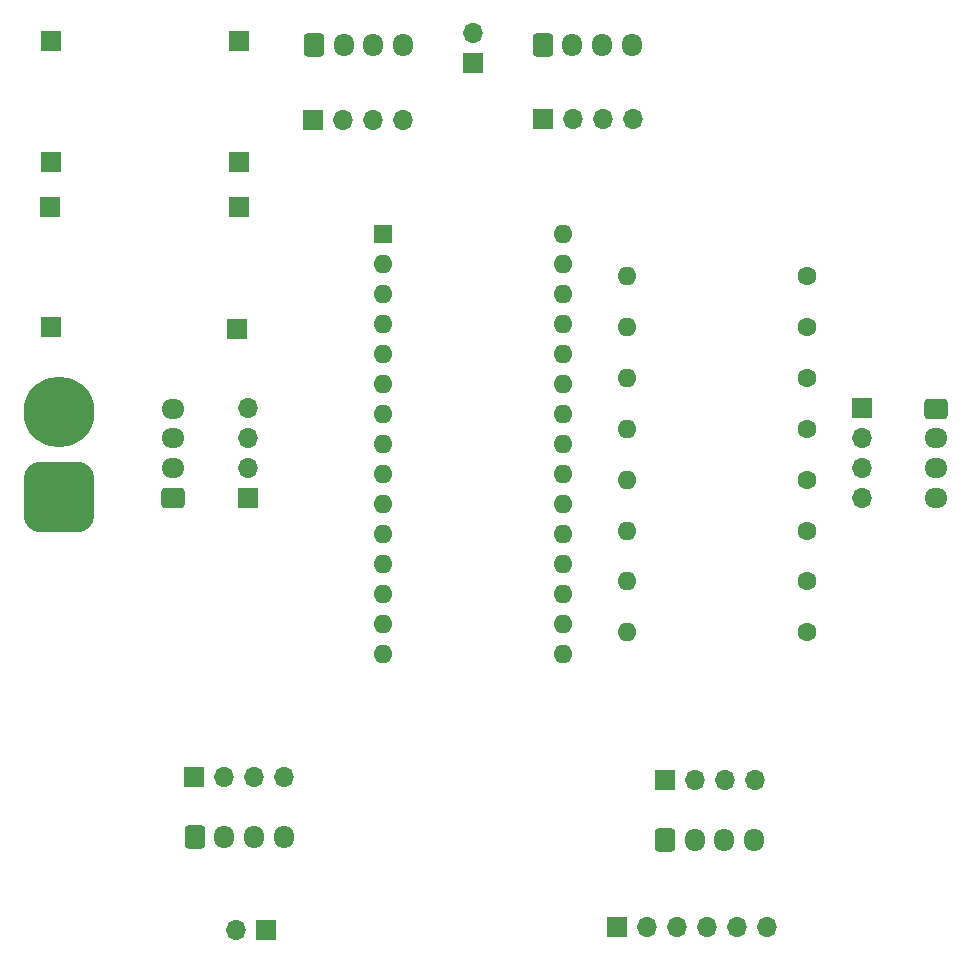
<source format=gts>
G04 #@! TF.GenerationSoftware,KiCad,Pcbnew,7.0.1*
G04 #@! TF.CreationDate,2023-05-08T23:10:09+02:00*
G04 #@! TF.ProjectId,rockobot,726f636b-6f62-46f7-942e-6b696361645f,V1*
G04 #@! TF.SameCoordinates,Original*
G04 #@! TF.FileFunction,Soldermask,Top*
G04 #@! TF.FilePolarity,Negative*
%FSLAX46Y46*%
G04 Gerber Fmt 4.6, Leading zero omitted, Abs format (unit mm)*
G04 Created by KiCad (PCBNEW 7.0.1) date 2023-05-08 23:10:09*
%MOMM*%
%LPD*%
G01*
G04 APERTURE LIST*
G04 Aperture macros list*
%AMRoundRect*
0 Rectangle with rounded corners*
0 $1 Rounding radius*
0 $2 $3 $4 $5 $6 $7 $8 $9 X,Y pos of 4 corners*
0 Add a 4 corners polygon primitive as box body*
4,1,4,$2,$3,$4,$5,$6,$7,$8,$9,$2,$3,0*
0 Add four circle primitives for the rounded corners*
1,1,$1+$1,$2,$3*
1,1,$1+$1,$4,$5*
1,1,$1+$1,$6,$7*
1,1,$1+$1,$8,$9*
0 Add four rect primitives between the rounded corners*
20,1,$1+$1,$2,$3,$4,$5,0*
20,1,$1+$1,$4,$5,$6,$7,0*
20,1,$1+$1,$6,$7,$8,$9,0*
20,1,$1+$1,$8,$9,$2,$3,0*%
G04 Aperture macros list end*
%ADD10RoundRect,0.250000X-0.600000X-0.725000X0.600000X-0.725000X0.600000X0.725000X-0.600000X0.725000X0*%
%ADD11O,1.700000X1.950000*%
%ADD12R,1.700000X1.700000*%
%ADD13C,1.600000*%
%ADD14O,1.600000X1.600000*%
%ADD15RoundRect,0.250000X0.725000X-0.600000X0.725000X0.600000X-0.725000X0.600000X-0.725000X-0.600000X0*%
%ADD16O,1.950000X1.700000*%
%ADD17O,1.700000X1.700000*%
%ADD18RoundRect,1.500000X1.500000X-1.500000X1.500000X1.500000X-1.500000X1.500000X-1.500000X-1.500000X0*%
%ADD19C,6.000000*%
%ADD20R,1.600000X1.600000*%
%ADD21RoundRect,0.250000X-0.725000X0.600000X-0.725000X-0.600000X0.725000X-0.600000X0.725000X0.600000X0*%
G04 APERTURE END LIST*
D10*
X149472000Y-70866000D03*
D11*
X151972000Y-70866000D03*
X154472000Y-70866000D03*
X156972000Y-70866000D03*
D12*
X123698000Y-80772000D03*
D13*
X171831000Y-107696000D03*
D14*
X156591000Y-107696000D03*
D13*
X171831000Y-103378000D03*
D14*
X156591000Y-103378000D03*
D10*
X120008000Y-137922000D03*
D11*
X122508000Y-137922000D03*
X125008000Y-137922000D03*
X127508000Y-137922000D03*
D13*
X171831000Y-116239000D03*
D14*
X156591000Y-116239000D03*
D15*
X118110000Y-109180000D03*
D16*
X118110000Y-106680000D03*
X118110000Y-104180000D03*
X118110000Y-101680000D03*
D10*
X130108000Y-70849000D03*
D11*
X132608000Y-70849000D03*
X135108000Y-70849000D03*
X137608000Y-70849000D03*
D12*
X129988000Y-77199000D03*
D17*
X132528000Y-77199000D03*
X135068000Y-77199000D03*
X137608000Y-77199000D03*
D12*
X107823000Y-94742000D03*
X119888000Y-132842000D03*
D17*
X122428000Y-132842000D03*
X124968000Y-132842000D03*
X127508000Y-132842000D03*
D12*
X176513000Y-101600000D03*
D17*
X176513000Y-104140000D03*
X176513000Y-106680000D03*
X176513000Y-109220000D03*
D13*
X171831000Y-120599000D03*
D14*
X156591000Y-120599000D03*
D12*
X123698000Y-70485000D03*
X123698000Y-84582000D03*
D13*
X171831000Y-94742000D03*
D14*
X156591000Y-94742000D03*
D10*
X159806000Y-138176000D03*
D11*
X162306000Y-138176000D03*
X164806000Y-138176000D03*
X167306000Y-138176000D03*
D12*
X124460000Y-109220000D03*
D17*
X124460000Y-106680000D03*
X124460000Y-104140000D03*
X124460000Y-101600000D03*
D12*
X107696000Y-84582000D03*
D18*
X108458000Y-109134000D03*
D19*
X108458000Y-101934000D03*
D12*
X123571000Y-94869000D03*
X143510000Y-72390000D03*
D17*
X143510000Y-69850000D03*
D12*
X107823000Y-70485000D03*
D20*
X135900000Y-86868000D03*
D14*
X135900000Y-89408000D03*
X135900000Y-91948000D03*
X135900000Y-94488000D03*
X135900000Y-97028000D03*
X135900000Y-99568000D03*
X135900000Y-102108000D03*
X135900000Y-104648000D03*
X135900000Y-107188000D03*
X135900000Y-109728000D03*
X135900000Y-112268000D03*
X135900000Y-114808000D03*
X135900000Y-117348000D03*
X135900000Y-119888000D03*
X135900000Y-122428000D03*
X151140000Y-122428000D03*
X151140000Y-119888000D03*
X151140000Y-117348000D03*
X151140000Y-114808000D03*
X151140000Y-112268000D03*
X151140000Y-109728000D03*
X151140000Y-107188000D03*
X151140000Y-104648000D03*
X151140000Y-102108000D03*
X151140000Y-99568000D03*
X151140000Y-97028000D03*
X151140000Y-94488000D03*
X151140000Y-91948000D03*
X151140000Y-89408000D03*
X151140000Y-86868000D03*
D13*
X171831000Y-99060000D03*
D14*
X156591000Y-99060000D03*
D12*
X125984000Y-145796000D03*
D17*
X123444000Y-145796000D03*
D12*
X155702000Y-145542000D03*
D17*
X158242000Y-145542000D03*
X160782000Y-145542000D03*
X163322000Y-145542000D03*
X165862000Y-145542000D03*
X168402000Y-145542000D03*
D12*
X149479000Y-77089000D03*
D17*
X152019000Y-77089000D03*
X154559000Y-77089000D03*
X157099000Y-77089000D03*
D13*
X171831000Y-90424000D03*
D14*
X156591000Y-90424000D03*
D12*
X159766000Y-133096000D03*
D17*
X162306000Y-133096000D03*
X164846000Y-133096000D03*
X167386000Y-133096000D03*
D13*
X171831000Y-112014000D03*
D14*
X156591000Y-112014000D03*
D21*
X182753000Y-101680000D03*
D16*
X182753000Y-104180000D03*
X182753000Y-106680000D03*
X182753000Y-109180000D03*
D12*
X107823000Y-80772000D03*
M02*

</source>
